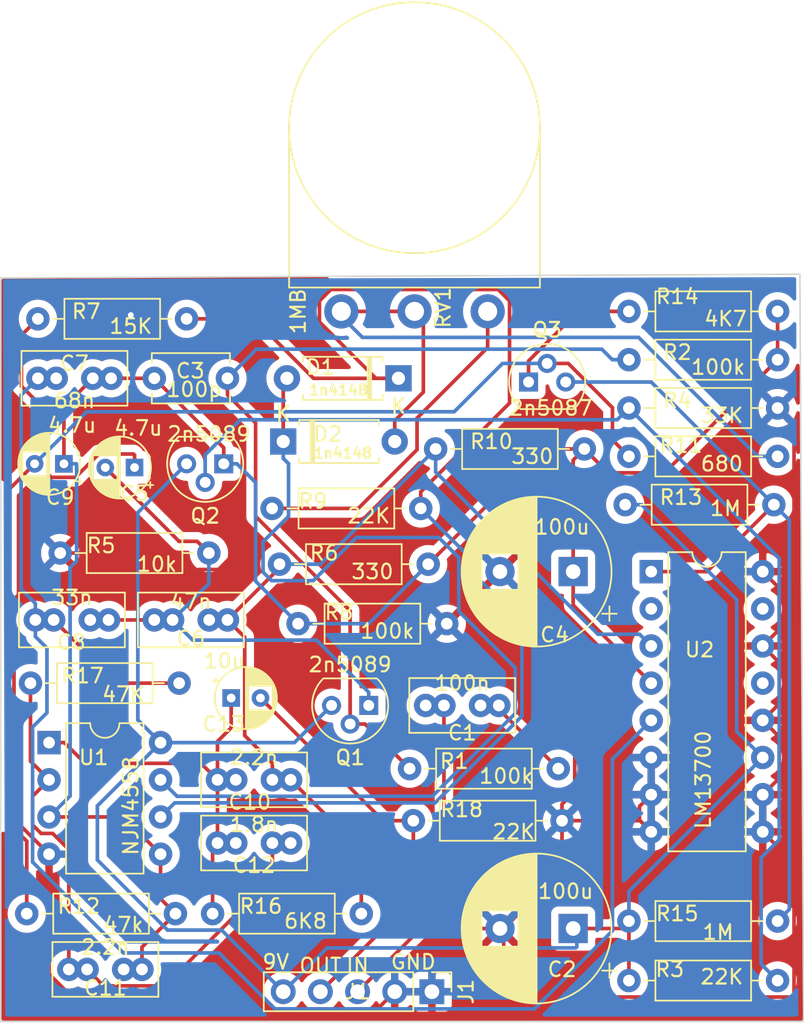
<source format=kicad_pcb>
(kicad_pcb (version 20221018) (generator pcbnew)
  (layers (0 "F.Cu" signal) (31 "B.Cu" signal) (34 "B.Paste" user) (35 "F.Paste" user) (36 "B.SilkS" user "B.Silkscreen") (37 "F.SilkS" user "F.Silkscreen") (38 "B.Mask" user) (39 "F.Mask" user) (44 "Edge.Cuts" user))
  (net 0 "")
  (net 1 "IN")
  (net 2 "Net-(C1-Pad1)")
  (net 3 "GND")
  (net 4 "9v")
  (net 5 "VB")
  (net 6 "Net-(C3-Pad1)")
  (net 7 "Net-(C5-Pad2)")
  (net 8 "Net-(C5-Pad1)")
  (net 9 "Net-(C10-Pad1)")
  (net 10 "Net-(C7-Pad1)")
  (net 11 "Net-(C9-Pad2)")
  (net 12 "Net-(C10-Pad2)")
  (net 13 "Net-(C11-Pad2)")
  (net 14 "OUT")
  (net 15 "Net-(D1-Pad2)")
  (net 16 "Net-(D1-Pad1)")
  (net 17 "Net-(Q2-Pad2)")
  (net 18 "Net-(Q3-Pad1)")
  (net 19 "Net-(Q3-Pad3)")
  (net 20 "Net-(R9-Pad2)")
  (net 24 "Net-(RV1-Pad2)")
  (footprint "Capacitor_THT:C_Rect_L7.0mm_W3.5mm_P2.50mm_P5.00mm" (layer "F.Cu") (at 133.858 79.248 180)
    (fp_text reference "C1")
    (fp_text value "100n")
  )
  (footprint "Capacitor_THT:CP_Radial_D10.0mm_P5.00mm" (layer "F.Cu") (at 138.938 94.488 180)
    (fp_text reference "C2")
    (fp_text value "100u")
  )
  (footprint "Capacitor_THT:C_Disc_D5.1mm_W3.2mm_P5.00mm" (layer "F.Cu") (at 115.316 56.896 180)
    (fp_text reference "C3")
    (fp_text value "100p")
  )
  (footprint "Capacitor_THT:CP_Radial_D10.0mm_P5.00mm" (layer "F.Cu") (at 138.938 70.104 180)
    (fp_text reference "C4")
    (fp_text value "100u")
  )
  (footprint "Capacitor_THT:CP_Radial_D4.0mm_P2.00mm" (layer "F.Cu") (at 108.966 62.992 180)
    (fp_text reference "C5")
    (fp_text value "4.7u")
  )
  (footprint "Capacitor_THT:C_Rect_L7.0mm_W3.5mm_P2.50mm_P5.00mm" (layer "F.Cu") (at 115.316 73.406 180)
    (fp_text reference "C6")
    (fp_text value "47n")
  )
  (footprint "Capacitor_THT:C_Rect_L7.0mm_W3.5mm_P2.50mm_P5.00mm" (layer "F.Cu") (at 102.362 56.896)
    (fp_text reference "C7")
    (fp_text value "68n")
  )
  (footprint "Capacitor_THT:C_Rect_L7.0mm_W3.5mm_P2.50mm_P5.00mm" (layer "F.Cu") (at 107.188 73.406 180)
    (fp_text reference "C8")
    (fp_text value "33n")
  )
  (footprint "Capacitor_THT:CP_Radial_D4.0mm_P2.00mm" (layer "F.Cu") (at 104.14 62.738 180)
    (fp_text reference "C9")
    (fp_text value "4.7u")
  )
  (footprint "Capacitor_THT:C_Rect_L7.0mm_W3.5mm_P2.50mm_P5.00mm" (layer "F.Cu") (at 119.634 84.328 180)
    (fp_text reference "C10")
    (fp_text value "2.2n")
  )
  (footprint "Capacitor_THT:C_Rect_L7.0mm_W3.5mm_P2.50mm_P5.00mm" (layer "F.Cu") (at 109.474 97.282 180)
    (fp_text reference "C11")
    (fp_text value "2.2n")
  )
  (footprint "Capacitor_THT:C_Rect_L7.0mm_W3.5mm_P2.50mm_P5.00mm" (layer "F.Cu") (at 119.634 88.646 180)
    (fp_text reference "C12")
    (fp_text value "1.8n")
  )
  (footprint "Capacitor_THT:CP_Radial_D4.0mm_P2.00mm" (layer "F.Cu") (at 115.57 78.74)
    (fp_text reference "C13")
    (fp_text value "10u")
  )
  (footprint "Diode_THT:D_A-405_P7.62mm_Horizontal" (layer "F.Cu") (at 127 56.896 180)
    (fp_text reference "D1")
    (fp_text value "1n4148")
  )
  (footprint "Diode_THT:D_A-405_P7.62mm_Horizontal" (layer "F.Cu") (at 119.126 61.214)
    (fp_text reference "D2")
    (fp_text value "1n4148")
  )
  (footprint "Connector_PinHeader_2.54mm:PinHeader_1x05_P2.54mm_Vertical" (layer "F.Cu") (at 129.286 98.806 -90)
    (fp_text reference "J1")
    (fp_text value "Conn_01x05" hide)
  )
  (footprint "Package_TO_SOT_THT:TO-92" (layer "F.Cu") (at 124.968 79.248 180)
    (fp_text reference "Q1")
    (fp_text value "2n5089")
  )
  (footprint "Package_TO_SOT_THT:TO-92" (layer "F.Cu") (at 135.89 57.15)
    (fp_text reference "Q3")
    (fp_text value "2n5087")
  )
  (footprint "Resistor_THT:R_Axial_DIN0207_L6.3mm_D2.5mm_P10.16mm_Horizontal" (layer "F.Cu") (at 127.762 83.566)
    (fp_text reference "R1")
    (fp_text value "100k")
  )
  (footprint "Resistor_THT:R_Axial_DIN0207_L6.3mm_D2.5mm_P10.16mm_Horizontal" (layer "F.Cu") (at 152.908 55.626 180)
    (fp_text reference "R2")
    (fp_text value "100k")
  )
  (footprint "Resistor_THT:R_Axial_DIN0207_L6.3mm_D2.5mm_P10.16mm_Horizontal" (layer "F.Cu") (at 152.908 98.044 180)
    (fp_text reference "R3")
    (fp_text value "22K")
  )
  (footprint "Resistor_THT:R_Axial_DIN0207_L6.3mm_D2.5mm_P10.16mm_Horizontal" (layer "F.Cu") (at 103.886 68.834)
    (fp_text reference "R5")
    (fp_text value "10k")
  )
  (footprint "Resistor_THT:R_Axial_DIN0207_L6.3mm_D2.5mm_P10.16mm_Horizontal" (layer "F.Cu") (at 129.032 69.596 180)
    (fp_text reference "R6")
    (fp_text value "330")
  )
  (footprint "Resistor_THT:R_Axial_DIN0207_L6.3mm_D2.5mm_P10.16mm_Horizontal" (layer "F.Cu") (at 130.302 73.66 180)
    (fp_text reference "R8")
    (fp_text value "100k")
  )
  (footprint "Resistor_THT:R_Axial_DIN0207_L6.3mm_D2.5mm_P10.16mm_Horizontal" (layer "F.Cu") (at 128.524 65.786 180)
    (fp_text reference "R9")
    (fp_text value "22K")
  )
  (footprint "Resistor_THT:R_Axial_DIN0207_L6.3mm_D2.5mm_P10.16mm_Horizontal" (layer "F.Cu") (at 139.7 61.722 180)
    (fp_text reference "R10")
    (fp_text value "330")
  )
  (footprint "Resistor_THT:R_Axial_DIN0207_L6.3mm_D2.5mm_P10.16mm_Horizontal" (layer "F.Cu") (at 152.908 62.23 180)
    (fp_text reference "R11")
    (fp_text value "680")
  )
  (footprint "Resistor_THT:R_Axial_DIN0207_L6.3mm_D2.5mm_P10.16mm_Horizontal" (layer "F.Cu") (at 111.76 93.472 180)
    (fp_text reference "R12")
    (fp_text value "47k")
  )
  (footprint "Resistor_THT:R_Axial_DIN0207_L6.3mm_D2.5mm_P10.16mm_Horizontal" (layer "F.Cu") (at 152.908 52.324 180)
    (fp_text reference "R14")
    (fp_text value "4K7")
  )
  (footprint "Resistor_THT:R_Axial_DIN0207_L6.3mm_D2.5mm_P10.16mm_Horizontal" (layer "F.Cu") (at 152.908 93.98 180)
    (fp_text reference "R15")
    (fp_text value "1M")
  )
  (footprint "Resistor_THT:R_Axial_DIN0207_L6.3mm_D2.5mm_P10.16mm_Horizontal" (layer "F.Cu") (at 124.46 93.472 180)
    (fp_text reference "R16")
    (fp_text value "6K8")
  )
  (footprint "Resistor_THT:R_Axial_DIN0207_L6.3mm_D2.5mm_P10.16mm_Horizontal" (layer "F.Cu") (at 112.014 77.724 180)
    (fp_text reference "R17")
    (fp_text value "47K")
  )
  (footprint "Resistor_THT:R_Axial_DIN0207_L6.3mm_D2.5mm_P10.16mm_Horizontal" (layer "F.Cu") (at 138.176 87.122 180)
    (fp_text reference "R18")
    (fp_text value "22K")
  )
  (footprint "Potentiometer_THT:Potentiometer_Omeg_PC16BU_Vertical" (layer "F.Cu") (at 133.096 52.324 90)
    (fp_text reference "RV1")
    (fp_text value "1MB")
  )
  (footprint "Package_DIP:DIP-8_W7.62mm" (layer "F.Cu") (at 103.124 81.788)
    (fp_text reference "U1")
    (fp_text value "NJM4558")
  )
  (footprint "Package_DIP:DIP-16_W7.62mm" (layer "F.Cu") (at 144.272 70.104)
    (fp_text reference "U2")
    (fp_text value "LM13700")
  )
  (footprint "Resistor_THT:R_Axial_DIN0207_L6.3mm_D2.5mm_P10.16mm_Horizontal" (layer "F.Cu") (at 152.908 58.928 180)
    (fp_text reference "R4")
    (fp_text value "33K")
  )
  (footprint "Resistor_THT:R_Axial_DIN0207_L6.3mm_D2.5mm_P10.16mm_Horizontal" (layer "F.Cu") (at 152.654 65.532 180)
    (fp_text reference "R13")
    (fp_text value "1M")
  )
  (footprint "Resistor_THT:R_Axial_DIN0207_L6.3mm_D2.5mm_P10.16mm_Horizontal" (layer "F.Cu") (at 112.522 52.832 180)
    (fp_text reference "R7")
    (fp_text value "15K")
  )
  (footprint "Package_TO_SOT_THT:TO-92" (layer "F.Cu") (at 115.062 62.738 180)
    (fp_text reference "Q2")
    (fp_text value "2n5089")
  )
  (gr_line (start 100.076 50.038) (end 99.822 50.038) (stroke (width 0.1)) (layer "Edge.Cuts"))
  (gr_line (start 154.686 100.838) (end 99.822 100.838) (stroke (width 0.1)) (layer "Edge.Cuts"))
  (gr_line (start 154.178 49.784) (end 154.432 49.784) (stroke (width 0.1)) (layer "Edge.Cuts"))
  (gr_line (start 154.432 49.784) (end 154.686 100.838) (stroke (width 0.1)) (layer "Edge.Cuts"))
  (gr_line (start 100.076 50.038) (end 154.178 49.784) (stroke (width 0.1)) (layer "Edge.Cuts"))
  (gr_line (start 99.822 100.838) (end 99.822 50.038) (stroke (width 0.1)) (layer "Edge.Cuts"))
  (gr_text "9V" (at 118.618 96.774) (layer "F.SilkS") (effects (font (size 1 1))))
  (gr_text "GND" (at 128.016 96.774) (layer "F.SilkS") (effects (font (size 1 1))))
  (gr_text "IN" (at 124.206 97.028) (layer "F.SilkS") (effects (font (size 1 1))))
  (gr_text "OUT" (at 121.666 97.028) (layer "F.SilkS") (effects (font (size 1 1))))
  (segment (start 130.108 92.904) (end 130.108 79.248) (width 0.25) (layer "F.Cu") (net 1))
  (segment (start 130.108 79.248) (end 128.858 79.248) (width 0.25) (layer "F.Cu") (net 1))
  (segment (start 124.206 98.806) (end 130.108 92.904) (width 0.25) (layer "F.Cu") (net 1))
  (segment (start 133.858 79.502) (end 133.858 79.248) (width 0.25) (layer "F.Cu") (net 2))
  (segment (start 137.922 83.566) (end 133.858 79.502) (width 0.25) (layer "F.Cu") (net 2))
  (segment (start 133.858 79.248) (end 132.608 79.248) (width 0.25) (layer "F.Cu") (net 2))
  (segment (start 138.176 87.122) (end 143.51 87.122) (width 0.25) (layer "F.Cu") (net 3))
  (segment (start 129.286 97.706) (end 132.504 94.488) (width 0.25) (layer "F.Cu") (net 3))
  (segment (start 103.124 97.597002) (end 105.507999 99.981001) (width 0.25) (layer "F.Cu") (net 3))
  (segment (start 151.892 75.184) (end 153.017001 74.058999) (width 0.25) (layer "F.Cu") (net 3))
  (segment (start 100.728999 87.012999) (end 100.728999 71.991001) (width 0.25) (layer "F.Cu") (net 3))
  (segment (start 132.504 94.488) (end 132.777787 94.488) (width 0.25) (layer "F.Cu") (net 3))
  (segment (start 151.892 87.884) (end 151.892 85.344) (width 0.25) (layer "F.Cu") (net 3))
  (segment (start 153.814999 99.169001) (end 154.033001 98.950999) (width 0.25) (layer "F.Cu") (net 3))
  (segment (start 152.691999 81.063999) (end 151.892 80.264) (width 0.25) (layer "F.Cu") (net 3))
  (segment (start 152.691999 75.983999) (end 151.892 75.184) (width 0.25) (layer "F.Cu") (net 3))
  (segment (start 153.017001 76.309001) (end 152.691999 75.983999) (width 0.25) (layer "F.Cu") (net 3))
  (segment (start 143.472001 86.143999) (end 144.272 85.344) (width 0.25) (layer "F.Cu") (net 3))
  (segment (start 151.892 80.264) (end 153.017001 79.138999) (width 0.25) (layer "F.Cu") (net 3))
  (segment (start 103.124 89.408) (end 100.728999 87.012999) (width 0.25) (layer "F.Cu") (net 3))
  (segment (start 134.192 94.488) (end 134.192 95.902213) (width 0.25) (layer "F.Cu") (net 3))
  (segment (start 153.017001 81.389001) (end 152.691999 81.063999) (width 0.25) (layer "F.Cu") (net 3))
  (segment (start 151.892 70.104) (end 151.892 68.97263) (width 0.25) (layer "F.Cu") (net 3))
  (segment (start 125.896001 99.655999) (end 126.746 98.806) (width 0.25) (layer "F.Cu") (net 3))
  (segment (start 134.192 94.488) (end 138.176 90.504) (width 0.25) (layer "F.Cu") (net 3))
  (segment (start 151.892 85.344) (end 153.017001 84.218999) (width 0.25) (layer "F.Cu") (net 3))
  (segment (start 110.998 68.834) (end 112.123001 69.959001) (width 0.25) (layer "F.Cu") (net 3))
  (segment (start 152.691999 88.683999) (end 151.892 87.884) (width 0.25) (layer "F.Cu") (net 3))
  (segment (start 143.472001 87.084001) (end 143.472001 86.143999) (width 0.25) (layer "F.Cu") (net 3))
  (segment (start 103.086001 69.633999) (end 103.886 68.834) (width 0.25) (layer "F.Cu") (net 3))
  (segment (start 130.302 73.66) (end 130.302 74.168) (width 0.25) (layer "F.Cu") (net 3))
  (segment (start 153.017001 79.138999) (end 153.017001 76.309001) (width 0.25) (layer "F.Cu") (net 3))
  (segment (start 130.382 73.66) (end 130.302 73.66) (width 0.25) (layer "F.Cu") (net 3))
  (segment (start 126.746 98.806) (end 129.286 98.806) (width 0.25) (layer "F.Cu") (net 3))
  (segment (start 154.033001 66.831629) (end 154.033001 60.053001) (width 0.25) (layer "F.Cu") (net 3))
  (segment (start 144.272 87.884) (end 143.472001 87.084001) (width 0.25) (layer "F.Cu") (net 3))
  (segment (start 144.272 84.21263) (end 144.272 82.804) (width 0.25) (layer "F.Cu") (net 3))
  (segment (start 103.886 68.834) (end 110.998 68.834) (width 0.25) (layer "F.Cu") (net 3))
  (segment (start 154.033001 98.950999) (end 154.033001 90.025001) (width 0.25) (layer "F.Cu") (net 3))
  (segment (start 114.698999 69.959001) (end 116.332 68.326) (width 0.25) (layer "F.Cu") (net 3))
  (segment (start 154.033001 90.025001) (end 152.691999 88.683999) (width 0.25) (layer "F.Cu") (net 3))
  (segment (start 154.033001 60.053001) (end 153.707999 59.727999) (width 0.25) (layer "F.Cu") (net 3))
  (segment (start 105.507999 99.981001) (end 125.570999 99.981001) (width 0.25) (layer "F.Cu") (net 3))
  (segment (start 153.707999 59.727999) (end 152.908 58.928) (width 0.25) (layer "F.Cu") (net 3))
  (segment (start 138.176 90.504) (end 138.176 87.122) (width 0.25) (layer "F.Cu") (net 3))
  (segment (start 153.017001 71.229001) (end 152.691999 70.903999) (width 0.25) (layer "F.Cu") (net 3))
  (segment (start 144.272 85.344) (end 144.272 84.21263) (width 0.25) (layer "F.Cu") (net 3))
  (segment (start 112.123001 69.959001) (end 114.698999 69.959001) (width 0.25) (layer "F.Cu") (net 3))
  (segment (start 139.047001 85.119629) (end 139.047001 82.405001) (width 0.25) (layer "F.Cu") (net 3))
  (segment (start 152.691999 70.903999) (end 151.892 70.104) (width 0.25) (layer "F.Cu") (net 3))
  (segment (start 134.192 95.902213) (end 137.458788 99.169001) (width 0.25) (layer "F.Cu") (net 3))
  (segment (start 132.777787 94.488) (end 134.192 94.488) (width 0.25) (layer "F.Cu") (net 3))
  (segment (start 153.017001 74.058999) (end 153.017001 71.229001) (width 0.25) (layer "F.Cu") (net 3))
  (segment (start 131.101999 74.459999) (end 130.302 73.66) (width 0.25) (layer "F.Cu") (net 3))
  (segment (start 125.570999 99.981001) (end 125.896001 99.655999) (width 0.25) (layer "F.Cu") (net 3))
  (segment (start 139.047001 82.405001) (end 131.101999 74.459999) (width 0.25) (layer "F.Cu") (net 3))
  (segment (start 143.51 87.122) (end 144.272 87.884) (width 0.25) (layer "F.Cu") (net 3))
  (segment (start 151.892 68.97263) (end 154.033001 66.831629) (width 0.25) (layer "F.Cu") (net 3))
  (segment (start 153.017001 84.218999) (end 153.017001 81.389001) (width 0.25) (layer "F.Cu") (net 3))
  (segment (start 138.176 87.122) (end 138.176 85.99063) (width 0.25) (layer "F.Cu") (net 3))
  (segment (start 103.124 89.408) (end 103.124 97.597002) (width 0.25) (layer "F.Cu") (net 3))
  (segment (start 137.458788 99.169001) (end 153.814999 99.169001) (width 0.25) (layer "F.Cu") (net 3))
  (segment (start 129.286 98.806) (end 129.286 97.706) (width 0.25) (layer "F.Cu") (net 3))
  (segment (start 116.332 68.326) (end 116.332 60.198) (width 0.25) (layer "F.Cu") (net 3))
  (segment (start 100.728999 71.991001) (end 103.086001 69.633999) (width 0.25) (layer "F.Cu") (net 3))
  (segment (start 133.938 70.104) (end 130.382 73.66) (width 0.25) (layer "F.Cu") (net 3))
  (segment (start 116.332 60.198) (end 108.712 52.578) (width 0.25) (layer "F.Cu") (net 3))
  (segment (start 138.176 85.99063) (end 139.047001 85.119629) (width 0.25) (layer "F.Cu") (net 3))
  (via (at 108.712 52.578) (size 0.8) (drill 0.4) (layers "F.Cu" "B.Cu") (net 3))
  (segment (start 142.748 98.044) (end 142.748 96.91263) (width 0.25) (layer "F.Cu") (net 4))
  (segment (start 139.192 94.488) (end 142.24 94.488) (width 0.25) (layer "F.Cu") (net 4))
  (segment (start 142.748 96.91263) (end 142.748 93.98) (width 0.25) (layer "F.Cu") (net 4))
  (segment (start 142.24 94.488) (end 142.748 93.98) (width 0.25) (layer "F.Cu") (net 4))
  (segment (start 109.190999 80.234999) (end 109.190999 66.069001) (width 0.25) (layer "B.Cu") (net 4))
  (segment (start 111.219999 94.597001) (end 106.426 89.803002) (width 0.25) (layer "B.Cu") (net 4))
  (segment (start 142.748 91.948) (end 142.748 93.98) (width 0.25) (layer "B.Cu") (net 4))
  (segment (start 122.118999 95.813001) (end 139.116999 95.813001) (width 0.25) (layer "B.Cu") (net 4))
  (segment (start 139.116999 95.813001) (end 139.192 95.738) (width 0.25) (layer "B.Cu") (net 4))
  (segment (start 142.494 65.532) (end 143.62537 65.532) (width 0.25) (layer "B.Cu") (net 4))
  (segment (start 151.892 82.804) (end 142.748 91.948) (width 0.25) (layer "B.Cu") (net 4))
  (segment (start 106.426 86.106) (end 110.744 81.788) (width 0.25) (layer "B.Cu") (net 4))
  (segment (start 150.114 72.02063) (end 150.114 81.026) (width 0.25) (layer "B.Cu") (net 4))
  (segment (start 143.62537 65.532) (end 150.114 72.02063) (width 0.25) (layer "B.Cu") (net 4))
  (segment (start 110.744 81.788) (end 109.190999 80.234999) (width 0.25) (layer "B.Cu") (net 4))
  (segment (start 110.744 81.788) (end 119.888 81.788) (width 0.25) (layer "B.Cu") (net 4))
  (segment (start 139.192 95.738) (end 139.192 94.488) (width 0.25) (layer "B.Cu") (net 4))
  (segment (start 119.888 81.788) (end 122.428 79.248) (width 0.25) (layer "B.Cu") (net 4))
  (segment (start 109.190999 66.069001) (end 111.872001 63.387999) (width 0.25) (layer "B.Cu") (net 4))
  (segment (start 114.917001 94.597001) (end 111.219999 94.597001) (width 0.25) (layer "B.Cu") (net 4))
  (segment (start 119.126 98.806) (end 122.118999 95.813001) (width 0.25) (layer "B.Cu") (net 4))
  (segment (start 119.126 98.806) (end 114.917001 94.597001) (width 0.25) (layer "B.Cu") (net 4))
  (segment (start 111.872001 63.387999) (end 112.522 62.738) (width 0.25) (layer "B.Cu") (net 4))
  (segment (start 106.426 89.803002) (end 106.426 86.106) (width 0.25) (layer "B.Cu") (net 4))
  (segment (start 150.114 81.026) (end 151.892 82.804) (width 0.25) (layer "B.Cu") (net 4))
  (segment (start 108.224 97.282) (end 109.474 97.282) (width 0.25) (layer "F.Cu") (net 5))
  (segment (start 152.108001 56.425999) (end 152.908 55.626) (width 0.25) (layer "F.Cu") (net 5))
  (segment (start 129.032 69.596) (end 136.906 61.722) (width 0.25) (layer "F.Cu") (net 5))
  (segment (start 136.906 61.722) (end 139.7 61.722) (width 0.25) (layer "F.Cu") (net 5))
  (segment (start 104.25537 86.868) (end 103.124 86.868) (width 0.25) (layer "F.Cu") (net 5))
  (segment (start 109.474 97.282) (end 109.474 95.758) (width 0.25) (layer "F.Cu") (net 5))
  (segment (start 115.062 61.642) (end 115.062 62.738) (width 0.25) (layer "F.Cu") (net 5))
  (segment (start 110.744 89.408) (end 108.204 86.868) (width 0.25) (layer "F.Cu") (net 5))
  (segment (start 138.938 62.484) (end 139.7 61.722) (width 0.25) (layer "F.Cu") (net 5))
  (segment (start 139.7 61.722) (end 141.333001 63.355001) (width 0.25) (layer "F.Cu") (net 5))
  (segment (start 144.272 77.724) (end 138.938 72.39) (width 0.25) (layer "F.Cu") (net 5))
  (segment (start 104.14 58.868) (end 106.112 56.896) (width 0.25) (layer "F.Cu") (net 5))
  (segment (start 109.474 95.758) (end 111.76 93.472) (width 0.25) (layer "F.Cu") (net 5))
  (segment (start 110.744 92.456) (end 110.744 89.408) (width 0.25) (layer "F.Cu") (net 5))
  (segment (start 152.908 52.324) (end 152.908 53.45537) (width 0.25) (layer "F.Cu") (net 5))
  (segment (start 138.938 70.104) (end 138.938 62.484) (width 0.25) (layer "F.Cu") (net 5))
  (segment (start 145.178999 63.355001) (end 152.108001 56.425999) (width 0.25) (layer "F.Cu") (net 5))
  (segment (start 138.938 72.39) (end 138.938 70.104) (width 0.25) (layer "F.Cu") (net 5))
  (segment (start 110.316 56.896) (end 115.062 61.642) (width 0.25) (layer "F.Cu") (net 5))
  (segment (start 111.76 93.472) (end 110.744 92.456) (width 0.25) (layer "F.Cu") (net 5))
  (segment (start 141.333001 63.355001) (end 145.178999 63.355001) (width 0.25) (layer "F.Cu") (net 5))
  (segment (start 108.204 86.868) (end 104.25537 86.868) (width 0.25) (layer "F.Cu") (net 5))
  (segment (start 104.14 62.738) (end 104.14 58.868) (width 0.25) (layer "F.Cu") (net 5))
  (segment (start 152.908 53.45537) (end 152.908 55.626) (width 0.25) (layer "F.Cu") (net 5))
  (segment (start 107.362 56.896) (end 110.316 56.896) (width 0.25) (layer "F.Cu") (net 5))
  (segment (start 106.112 56.896) (end 107.362 56.896) (width 0.25) (layer "F.Cu") (net 5))
  (segment (start 115.962 62.738) (end 115.062 62.738) (width 0.25) (layer "B.Cu") (net 5))
  (segment (start 104.99 62.738) (end 104.14 62.738) (width 0.25) (layer "B.Cu") (net 5))
  (segment (start 117.238999 64.014999) (end 115.962 62.738) (width 0.25) (layer "B.Cu") (net 5))
  (segment (start 124.968 73.66) (end 129.032 69.596) (width 0.25) (layer "B.Cu") (net 5))
  (segment (start 105.011001 62.759001) (end 104.99 62.738) (width 0.25) (layer "B.Cu") (net 5))
  (segment (start 105.011001 69.374001) (end 105.011001 62.759001) (width 0.25) (layer "B.Cu") (net 5))
  (segment (start 117.238999 70.756999) (end 117.238999 64.014999) (width 0.25) (layer "B.Cu") (net 5))
  (segment (start 104.563001 85.428999) (end 104.563001 69.822001) (width 0.25) (layer "B.Cu") (net 5))
  (segment (start 103.124 86.868) (end 104.563001 85.428999) (width 0.25) (layer "B.Cu") (net 5))
  (segment (start 120.142 73.66) (end 124.968 73.66) (width 0.25) (layer "B.Cu") (net 5))
  (segment (start 120.142 73.66) (end 117.238999 70.756999) (width 0.25) (layer "B.Cu") (net 5))
  (segment (start 104.563001 69.822001) (end 105.011001 69.374001) (width 0.25) (layer "B.Cu") (net 5))
  (segment (start 124.714 80.518) (end 123.698 80.518) (width 0.25) (layer "F.Cu") (net 6))
  (segment (start 117.238999 59.950369) (end 117.238999 66.326001) (width 0.25) (layer "F.Cu") (net 6))
  (segment (start 117.238999 66.326001) (end 123.698 72.785002) (width 0.25) (layer "F.Cu") (net 6))
  (segment (start 127.762 83.566) (end 124.714 80.518) (width 0.25) (layer "F.Cu") (net 6))
  (segment (start 123.698 79.598762) (end 123.698 80.518) (width 0.25) (layer "F.Cu") (net 6))
  (segment (start 123.698 72.785002) (end 123.698 79.598762) (width 0.25) (layer "F.Cu") (net 6))
  (segment (start 115.316 56.896) (end 115.316 58.02737) (width 0.25) (layer "F.Cu") (net 6))
  (segment (start 115.316 58.02737) (end 117.238999 59.950369) (width 0.25) (layer "F.Cu") (net 6))
  (segment (start 143.002 55.626) (end 142.748 55.626) (width 0.25) (layer "B.Cu") (net 6))
  (segment (start 141.61663 55.626) (end 140.895629 54.904999) (width 0.25) (layer "B.Cu") (net 6))
  (segment (start 140.895629 54.904999) (end 117.307001 54.904999) (width 0.25) (layer "B.Cu") (net 6))
  (segment (start 117.307001 54.904999) (end 116.115999 56.096001) (width 0.25) (layer "B.Cu") (net 6))
  (segment (start 142.748 55.626) (end 141.61663 55.626) (width 0.25) (layer "B.Cu") (net 6))
  (segment (start 116.115999 56.096001) (end 115.316 56.896) (width 0.25) (layer "B.Cu") (net 6))
  (segment (start 111.566 73.406) (end 110.316 73.406) (width 0.25) (layer "F.Cu") (net 7))
  (segment (start 107.565999 63.591999) (end 106.966 62.992) (width 0.25) (layer "F.Cu") (net 7))
  (segment (start 107.188 73.406) (end 110.316 73.406) (width 0.25) (layer "F.Cu") (net 7))
  (segment (start 105.938 73.406) (end 107.188 73.406) (width 0.25) (layer "F.Cu") (net 7))
  (segment (start 113.246001 68.034001) (end 112.008001 68.034001) (width 0.25) (layer "F.Cu") (net 7))
  (segment (start 112.008001 68.034001) (end 107.565999 63.591999) (width 0.25) (layer "F.Cu") (net 7))
  (segment (start 114.046 68.834) (end 113.246001 68.034001) (width 0.25) (layer "F.Cu") (net 7))
  (segment (start 124.968 78.348) (end 124.968 79.248) (width 0.25) (layer "B.Cu") (net 7))
  (segment (start 112.945001 74.785001) (end 121.405001 74.785001) (width 0.25) (layer "B.Cu") (net 7))
  (segment (start 114.046 70.926) (end 114.046 68.834) (width 0.25) (layer "B.Cu") (net 7))
  (segment (start 121.405001 74.785001) (end 124.968 78.348) (width 0.25) (layer "B.Cu") (net 7))
  (segment (start 111.566 73.406) (end 112.945001 74.785001) (width 0.25) (layer "B.Cu") (net 7))
  (segment (start 111.566 73.406) (end 114.046 70.926) (width 0.25) (layer "B.Cu") (net 7))
  (segment (start 101.562001 53.631999) (end 102.362 52.832) (width 0.25) (layer "F.Cu") (net 8))
  (segment (start 103.065001 59.264003) (end 101.236999 57.436001) (width 0.25) (layer "F.Cu") (net 8))
  (segment (start 106.521999 62.066999) (end 104.925997 63.663001) (width 0.25) (layer "F.Cu") (net 8))
  (segment (start 101.236999 53.957001) (end 101.562001 53.631999) (width 0.25) (layer "F.Cu") (net 8))
  (segment (start 108.966 62.142) (end 108.890999 62.066999) (width 0.25) (layer "F.Cu") (net 8))
  (segment (start 103.065001 63.448003) (end 103.065001 59.264003) (width 0.25) (layer "F.Cu") (net 8))
  (segment (start 101.236999 57.436001) (end 101.236999 53.957001) (width 0.25) (layer "F.Cu") (net 8))
  (segment (start 108.890999 62.066999) (end 106.521999 62.066999) (width 0.25) (layer "F.Cu") (net 8))
  (segment (start 103.279999 63.663001) (end 103.065001 63.448003) (width 0.25) (layer "F.Cu") (net 8))
  (segment (start 108.966 62.992) (end 108.966 62.142) (width 0.25) (layer "F.Cu") (net 8))
  (segment (start 104.925997 63.663001) (end 103.279999 63.663001) (width 0.25) (layer "F.Cu") (net 8))
  (segment (start 118.872 69.85) (end 118.872 69.596) (width 0.25) (layer "F.Cu") (net 9))
  (segment (start 114.066 73.406) (end 115.316 73.406) (width 0.25) (layer "F.Cu") (net 9))
  (segment (start 116.115999 74.205999) (end 115.316 73.406) (width 0.25) (layer "F.Cu") (net 9))
  (segment (start 115.316 73.406) (end 118.872 69.85) (width 0.25) (layer "F.Cu") (net 9))
  (segment (start 118.384 83.19663) (end 116.495001 81.307631) (width 0.25) (layer "F.Cu") (net 9))
  (segment (start 119.634 84.328) (end 124.46 89.154) (width 0.25) (layer "F.Cu") (net 9))
  (segment (start 118.384 84.328) (end 119.634 84.328) (width 0.25) (layer "F.Cu") (net 9))
  (segment (start 116.495001 81.307631) (end 116.495001 74.585001) (width 0.25) (layer "F.Cu") (net 9))
  (segment (start 118.384 84.328) (end 118.384 83.19663) (width 0.25) (layer "F.Cu") (net 9))
  (segment (start 124.46 89.154) (end 124.46 93.472) (width 0.25) (layer "F.Cu") (net 9))
  (segment (start 116.495001 74.585001) (end 116.115999 74.205999) (width 0.25) (layer "F.Cu") (net 9))
  (segment (start 129.54 63.291002) (end 129.54 62.85337) (width 0.25) (layer "B.Cu") (net 9))
  (segment (start 118.872 69.596) (end 121.666 69.596) (width 0.25) (layer "B.Cu") (net 9))
  (segment (start 140.632999 74.384001) (end 129.54 63.291002) (width 0.25) (layer "B.Cu") (net 9))
  (segment (start 129.54 62.85337) (end 129.54 61.722) (width 0.25) (layer "B.Cu") (net 9))
  (segment (start 143.472001 74.384001) (end 140.632999 74.384001) (width 0.25) (layer "B.Cu") (net 9))
  (segment (start 121.666 69.596) (end 129.54 61.722) (width 0.25) (layer "B.Cu") (net 9))
  (segment (start 144.272 75.184) (end 143.472001 74.384001) (width 0.25) (layer "B.Cu") (net 9))
  (segment (start 102.188 73.406) (end 103.438 73.406) (width 0.25) (layer "F.Cu") (net 10))
  (segment (start 112.014 77.724) (end 107.756 77.724) (width 0.25) (layer "F.Cu") (net 10))
  (segment (start 107.756 77.724) (end 103.438 73.406) (width 0.25) (layer "F.Cu") (net 10))
  (segment (start 102.362 56.896) (end 103.612 56.896) (width 0.25) (layer "F.Cu") (net 10))
  (segment (start 141.622999 94.642003) (end 141.622999 82.913001) (width 0.25) (layer "B.Cu") (net 10))
  (segment (start 101.562001 57.695999) (end 102.362 56.896) (width 0.25) (layer "B.Cu") (net 10))
  (segment (start 144.526 80.264) (end 144.272 80.264) (width 0.25) (layer "B.Cu") (net 10))
  (segment (start 102.979001 79.747997) (end 101.998999 80.727999) (width 0.25) (layer "B.Cu") (net 10))
  (segment (start 118.561999 99.981001) (end 136.284001 99.981001) (width 0.25) (layer "B.Cu") (net 10))
  (segment (start 143.472001 81.063999) (end 144.272 80.264) (width 0.25) (layer "B.Cu") (net 10))
  (segment (start 102.188 73.406) (end 102.188 74.53737) (width 0.25) (layer "B.Cu") (net 10))
  (segment (start 102.188 72.27463) (end 101.214999 71.301629) (width 0.25) (layer "B.Cu") (net 10))
  (segment (start 112.014 77.724) (end 112.268 77.724) (width 0.25) (layer "B.Cu") (net 10))
  (segment (start 101.214999 58.043001) (end 101.562001 57.695999) (width 0.25) (layer "B.Cu") (net 10))
  (segment (start 102.188 73.406) (end 102.188 72.27463) (width 0.25) (layer "B.Cu") (net 10))
  (segment (start 114.737997 96.156999) (end 118.561999 99.981001) (width 0.25) (layer "B.Cu") (net 10))
  (segment (start 101.998999 89.948001) (end 108.207997 96.156999) (width 0.25) (layer "B.Cu") (net 10))
  (segment (start 101.998999 80.727999) (end 101.998999 89.948001) (width 0.25) (layer "B.Cu") (net 10))
  (segment (start 136.284001 99.981001) (end 141.622999 94.642003) (width 0.25) (layer "B.Cu") (net 10))
  (segment (start 108.207997 96.156999) (end 114.737997 96.156999) (width 0.25) (layer "B.Cu") (net 10))
  (segment (start 141.622999 82.913001) (end 143.472001 81.063999) (width 0.25) (layer "B.Cu") (net 10))
  (segment (start 101.214999 71.301629) (end 101.214999 58.043001) (width 0.25) (layer "B.Cu") (net 10))
  (segment (start 102.979001 75.328371) (end 102.979001 79.747997) (width 0.25) (layer "B.Cu") (net 10))
  (segment (start 102.188 74.53737) (end 102.979001 75.328371) (width 0.25) (layer "B.Cu") (net 10))
  (segment (start 100.278989 87.199399) (end 100.278989 64.599011) (width 0.25) (layer "F.Cu") (net 11))
  (segment (start 142.748 62.23) (end 141.622999 61.104999) (width 0.25) (layer "F.Cu") (net 11))
  (segment (start 100.278989 64.599011) (end 101.540001 63.337999) (width 0.25) (layer "F.Cu") (net 11))
  (segment (start 138.603002 55.88) (end 138.079238 55.88) (width 0.25) (layer "F.Cu") (net 11))
  (segment (start 138.079238 55.88) (end 137.16 55.88) (width 0.25) (layer "F.Cu") (net 11))
  (segment (start 101.6 93.472) (end 101.6 88.52041) (width 0.25) (layer "F.Cu") (net 11))
  (segment (start 101.6 88.52041) (end 100.278989 87.199399) (width 0.25) (layer "F.Cu") (net 11))
  (segment (start 141.622999 58.899997) (end 138.603002 55.88) (width 0.25) (layer "F.Cu") (net 11))
  (segment (start 101.540001 63.337999) (end 102.14 62.738) (width 0.25) (layer "F.Cu") (net 11))
  (segment (start 141.622999 61.104999) (end 141.622999 58.899997) (width 0.25) (layer "F.Cu") (net 11))
  (segment (start 102.14 62.738) (end 105.696 59.182) (width 0.25) (layer "B.Cu") (net 11))
  (segment (start 105.696 59.182) (end 130.81 59.182) (width 0.25) (layer "B.Cu") (net 11))
  (segment (start 134.112 55.88) (end 137.16 55.88) (width 0.25) (layer "B.Cu") (net 11))
  (segment (start 130.81 59.182) (end 134.112 55.88) (width 0.25) (layer "B.Cu") (net 11))
  (segment (start 114.634 81.708) (end 115.57 80.772) (width 0.25) (layer "F.Cu") (net 12))
  (segment (start 113.834001 83.528001) (end 114.634 84.328) (width 0.25) (layer "F.Cu") (net 12))
  (segment (start 113.508999 83.202999) (end 113.834001 83.528001) (width 0.25) (layer "F.Cu") (net 12))
  (segment (start 114.634 84.328) (end 114.634 81.708) (width 0.25) (layer "F.Cu") (net 12))
  (segment (start 114.634 84.328) (end 115.884 84.328) (width 0.25) (layer "F.Cu") (net 12))
  (segment (start 105.588999 83.202999) (end 113.508999 83.202999) (width 0.25) (layer "F.Cu") (net 12))
  (segment (start 103.124 81.788) (end 104.174 81.788) (width 0.25) (layer "F.Cu") (net 12))
  (segment (start 115.57 80.772) (end 115.57 78.74) (width 0.25) (layer "F.Cu") (net 12))
  (segment (start 114.634 88.646) (end 115.884 88.646) (width 0.25) (layer "F.Cu") (net 12))
  (segment (start 114.3 93.472) (end 114.3 88.98) (width 0.25) (layer "F.Cu") (net 12))
  (segment (start 114.634 84.328) (end 114.634 88.646) (width 0.25) (layer "F.Cu") (net 12))
  (segment (start 104.174 81.788) (end 105.588999 83.202999) (width 0.25) (layer "F.Cu") (net 12))
  (segment (start 114.3 88.98) (end 114.634 88.646) (width 0.25) (layer "F.Cu") (net 12))
  (segment (start 118.384 88.646) (end 118.384 91.053002) (width 0.25) (layer "F.Cu") (net 13))
  (segment (start 102.583999 87.993001) (end 101.998999 87.408001) (width 0.25) (layer "F.Cu") (net 13))
  (segment (start 104.474 97.282) (end 105.724 97.282) (width 0.25) (layer "F.Cu") (net 13))
  (segment (start 102.324001 85.127999) (end 103.124 84.328) (width 0.25) (layer "F.Cu") (net 13))
  (segment (start 101.998999 85.453001) (end 102.324001 85.127999) (width 0.25) (layer "F.Cu") (net 13))
  (segment (start 106.849001 98.407001) (end 106.523999 98.081999) (width 0.25) (layer "F.Cu") (net 13))
  (segment (start 104.474 97.282) (end 104.474 89.092998) (width 0.25) (layer "F.Cu") (net 13))
  (segment (start 111.030001 98.407001) (end 106.849001 98.407001) (width 0.25) (layer "F.Cu") (net 13))
  (segment (start 118.384 88.646) (end 119.634 88.646) (width 0.25) (layer "F.Cu") (net 13))
  (segment (start 106.523999 98.081999) (end 105.724 97.282) (width 0.25) (layer "F.Cu") (net 13))
  (segment (start 101.854 77.724) (end 101.854 83.058) (width 0.25) (layer "F.Cu") (net 13))
  (segment (start 118.384 91.053002) (end 111.030001 98.407001) (width 0.25) (layer "F.Cu") (net 13))
  (segment (start 101.854 83.058) (end 103.124 84.328) (width 0.25) (layer "F.Cu") (net 13))
  (segment (start 104.474 89.092998) (end 103.374003 87.993001) (width 0.25) (layer "F.Cu") (net 13))
  (segment (start 101.998999 87.408001) (end 101.998999 85.453001) (width 0.25) (layer "F.Cu") (net 13))
  (segment (start 103.374003 87.993001) (end 102.583999 87.993001) (width 0.25) (layer "F.Cu") (net 13))
  (segment (start 121.666 98.806) (end 128.016 92.456) (width 0.25) (layer "F.Cu") (net 14))
  (segment (start 128.016 87.122) (end 125.952 87.122) (width 0.25) (layer "F.Cu") (net 14))
  (segment (start 125.952 87.122) (end 117.57 78.74) (width 0.25) (layer "F.Cu") (net 14))
  (segment (start 128.016 92.456) (end 128.016 87.122) (width 0.25) (layer "F.Cu") (net 14))
  (segment (start 119.126 57.15) (end 119.38 56.896) (width 0.25) (layer "F.Cu") (net 15))
  (segment (start 119.126 61.214) (end 119.126 57.15) (width 0.25) (layer "F.Cu") (net 15))
  (segment (start 111.869001 85.453001) (end 129.318001 85.453001) (width 0.25) (layer "B.Cu") (net 15))
  (segment (start 129.244003 67.776003) (end 124.122407 67.776003) (width 0.25) (layer "B.Cu") (net 15))
  (segment (start 117.746999 68.068003) (end 119.489001 66.326001) (width 0.25) (layer "B.Cu") (net 15))
  (segment (start 129.649001 67.776003) (end 129.244003 67.776003) (width 0.25) (layer "B.Cu") (net 15))
  (segment (start 124.122407 67.776003) (end 121.177409 70.721001) (width 0.25) (layer "B.Cu") (net 15))
  (segment (start 134.983 76.675998) (end 134.983 79.756) (width 0.25) (layer "B.Cu") (net 15))
  (segment (start 119.489001 62.727001) (end 119.126 62.364) (width 0.25) (layer "B.Cu") (net 15))
  (segment (start 131.12199 72.814988) (end 134.983 76.675998) (width 0.25) (layer "B.Cu") (net 15))
  (segment (start 119.126 62.364) (end 119.126 61.214) (width 0.25) (layer "B.Cu") (net 15))
  (segment (start 119.489001 66.326001) (end 119.489001 62.727001) (width 0.25) (layer "B.Cu") (net 15))
  (segment (start 121.177409 70.721001) (end 118.331999 70.721001) (width 0.25) (layer "B.Cu") (net 15))
  (segment (start 131.12199 69.14599) (end 131.12199 72.814988) (width 0.25) (layer "B.Cu") (net 15))
  (segment (start 129.318001 85.453001) (end 134.983001 79.788001) (width 0.25) (layer "B.Cu") (net 15))
  (segment (start 118.331999 70.721001) (end 117.746999 70.136001) (width 0.25) (layer "B.Cu") (net 15))
  (segment (start 129.244003 67.776003) (end 129.752003 67.776003) (width 0.25) (layer "B.Cu") (net 15))
  (segment (start 110.744 84.328) (end 111.869001 85.453001) (width 0.25) (layer "B.Cu") (net 15))
  (segment (start 129.752003 67.776003) (end 131.12199 69.14599) (width 0.25) (layer "B.Cu") (net 15))
  (segment (start 110.744 84.328) (end 110.744 84.074) (width 0.25) (layer "B.Cu") (net 15))
  (segment (start 117.746999 70.136001) (end 117.746999 68.068003) (width 0.25) (layer "B.Cu") (net 15))
  (segment (start 121.600999 51.606399) (end 121.600999 53.041601) (width 0.25) (layer "F.Cu") (net 16))
  (segment (start 125.85 56.896) (end 127 56.896) (width 0.25) (layer "F.Cu") (net 16))
  (segment (start 134.591001 58.587629) (end 134.591001 51.606399) (width 0.25) (layer "F.Cu") (net 16))
  (segment (start 117.129002 52.832) (end 121.193002 56.896) (width 0.25) (layer "F.Cu") (net 16))
  (segment (start 128.524 64.65463) (end 134.591001 58.587629) (width 0.25) (layer "F.Cu") (net 16))
  (segment (start 121.600999 53.041601) (end 125.455398 56.896) (width 0.25) (layer "F.Cu") (net 16))
  (segment (start 121.193002 56.896) (end 127 56.896) (width 0.25) (layer "F.Cu") (net 16))
  (segment (start 128.524 65.786) (end 128.524 64.65463) (width 0.25) (layer "F.Cu") (net 16))
  (segment (start 133.813601 50.828999) (end 122.378399 50.828999) (width 0.25) (layer "F.Cu") (net 16))
  (segment (start 134.591001 51.606399) (end 133.813601 50.828999) (width 0.25) (layer "F.Cu") (net 16))
  (segment (start 122.378399 50.828999) (end 121.600999 51.606399) (width 0.25) (layer "F.Cu") (net 16))
  (segment (start 112.522 52.832) (end 117.129002 52.832) (width 0.25) (layer "F.Cu") (net 16))
  (segment (start 125.455398 56.896) (end 125.85 56.896) (width 0.25) (layer "F.Cu") (net 16))
  (segment (start 129.504402 85.90301) (end 135.43301 79.974402) (width 0.25) (layer "B.Cu") (net 16))
  (segment (start 131.572 69.699002) (end 131.572 68.834) (width 0.25) (layer "B.Cu") (net 16))
  (segment (start 111.70899 85.90301) (end 129.504402 85.90301) (width 0.25) (layer "B.Cu") (net 16))
  (segment (start 135.43301 79.974402) (end 135.43301 73.560012) (width 0.25) (layer "B.Cu") (net 16))
  (segment (start 110.744 86.868) (end 111.70899 85.90301) (width 0.25) (layer "B.Cu") (net 16))
  (segment (start 131.572 68.834) (end 128.524 65.786) (width 0.25) (layer "B.Cu") (net 16))
  (segment (start 135.43301 73.560012) (end 131.572 69.699002) (width 0.25) (layer "B.Cu") (net 16))
  (segment (start 116.186999 59.727999) (end 141.948001 59.727999) (width 0.25) (layer "B.Cu") (net 17))
  (segment (start 152.908 98.044) (end 151.782999 96.918999) (width 0.25) (layer "B.Cu") (net 17))
  (segment (start 113.792 64.008) (end 113.792 62.122998) (width 0.25) (layer "B.Cu") (net 17))
  (segment (start 151.782999 89.658003) (end 153.017001 88.424001) (width 0.25) (layer "B.Cu") (net 17))
  (segment (start 113.792 62.122998) (end 116.186999 59.727999) (width 0.25) (layer "B.Cu") (net 17))
  (segment (start 141.948001 59.727999) (end 142.748 58.928) (width 0.25) (layer "B.Cu") (net 17))
  (segment (start 143.547999 59.727999) (end 142.748 58.928) (width 0.25) (layer "B.Cu") (net 17))
  (segment (start 153.017001 69.197001) (end 143.547999 59.727999) (width 0.25) (layer "B.Cu") (net 17))
  (segment (start 151.782999 96.918999) (end 151.782999 89.658003) (width 0.25) (layer "B.Cu") (net 17))
  (segment (start 153.017001 88.424001) (end 153.017001 69.197001) (width 0.25) (layer "B.Cu") (net 17))
  (segment (start 135.89 57.15) (end 135.89 55.706998) (width 0.25) (layer "F.Cu") (net 18))
  (segment (start 135.89 55.706998) (end 139.272998 52.324) (width 0.25) (layer "F.Cu") (net 18))
  (segment (start 141.61663 52.324) (end 142.748 52.324) (width 0.25) (layer "F.Cu") (net 18))
  (segment (start 139.272998 52.324) (end 141.61663 52.324) (width 0.25) (layer "F.Cu") (net 18))
  (segment (start 148.082 70.104) (end 152.654 65.532) (width 0.25) (layer "F.Cu") (net 19))
  (segment (start 144.272 70.104) (end 148.082 70.104) (width 0.25) (layer "F.Cu") (net 19))
  (segment (start 153.707999 66.585999) (end 153.453999 66.331999) (width 0.25) (layer "B.Cu") (net 19))
  (segment (start 153.707999 93.180001) (end 153.707999 66.585999) (width 0.25) (layer "B.Cu") (net 19))
  (segment (start 153.453999 66.331999) (end 152.654 65.532) (width 0.25) (layer "B.Cu") (net 19))
  (segment (start 152.908 93.98) (end 153.707999 93.180001) (width 0.25) (layer "B.Cu") (net 19))
  (segment (start 144.272 57.15) (end 138.43 57.15) (width 0.25) (layer "B.Cu") (net 19))
  (segment (start 152.654 65.532) (end 144.272 57.15) (width 0.25) (layer "B.Cu") (net 19))
  (segment (start 133.096 54.7878) (end 133.096 52.324) (width 0.25) (layer "F.Cu") (net 20))
  (segment (start 118.364 65.786) (end 124.2568 65.786) (width 0.25) (layer "F.Cu") (net 20))
  (segment (start 128.27 59.6138) (end 133.096 54.7878) (width 0.25) (layer "F.Cu") (net 20))
  (segment (start 124.2568 65.786) (end 128.27 61.7728) (width 0.25) (layer "F.Cu") (net 20))
  (segment (start 128.27 61.7728) (end 128.27 59.6138) (width 0.25) (layer "F.Cu") (net 20))
  (segment (start 126.746 59.7916) (end 128.7018 57.8358) (width 0.25) (layer "F.Cu") (net 24))
  (segment (start 128.7018 57.8358) (end 128.7018 52.9298) (width 0.25) (layer "F.Cu") (net 24))
  (segment (start 128.7018 52.9298) (end 128.096 52.324) (width 0.25) (layer "F.Cu") (net 24))
  (segment (start 128.096 52.324) (end 123.096 52.324) (width 0.25) (layer "F.Cu") (net 24))
  (segment (start 126.746 61.214) (end 126.746 59.7916) (width 0.25) (layer "F.Cu") (net 24))
  (segment (start 124.5362 54.102) (end 123.096 52.6618) (width 0.25) (layer "B.Cu") (net 24))
  (segment (start 123.096 52.6618) (end 123.096 52.324) (width 0.25) (layer "B.Cu") (net 24))
  (segment (start 152.908 62.23) (end 151.5364 62.23) (width 0.25) (layer "B.Cu") (net 24))
  (segment (start 143.4084 54.102) (end 124.5362 54.102) (width 0.25) (layer "B.Cu") (net 24))
  (segment (start 151.5364 62.23) (end 143.4084 54.102) (width 0.25) (layer "B.Cu") (net 24))
  (zone (net 3) (net_name "GND") (layer "F.Cu") (connect_pads (clearance 0.508)) (min_thickness 0.254) (fill yes (thermal_gap 0.508) (thermal_bridge_width 0.508))
    (polygon (pts (xy 154.686 100.838) (xy 99.822 100.838) (xy 99.822 50.038) (xy 154.432 49.784)))
  )
  (zone (net 3) (net_name "GND") (layer "B.Cu") (connect_pads (clearance 0.508)) (min_thickness 0.254) (fill yes (thermal_gap 0.508) (thermal_bridge_width 0.508))
    (polygon (pts (xy 154.3304 100.5078) (xy 100.1268 100.5078) (xy 99.9744 50.1396) (xy 99.9744 50.1142) (xy 100.0252 50.1142) (xy 154.178 49.9872)))
  )
)
</source>
